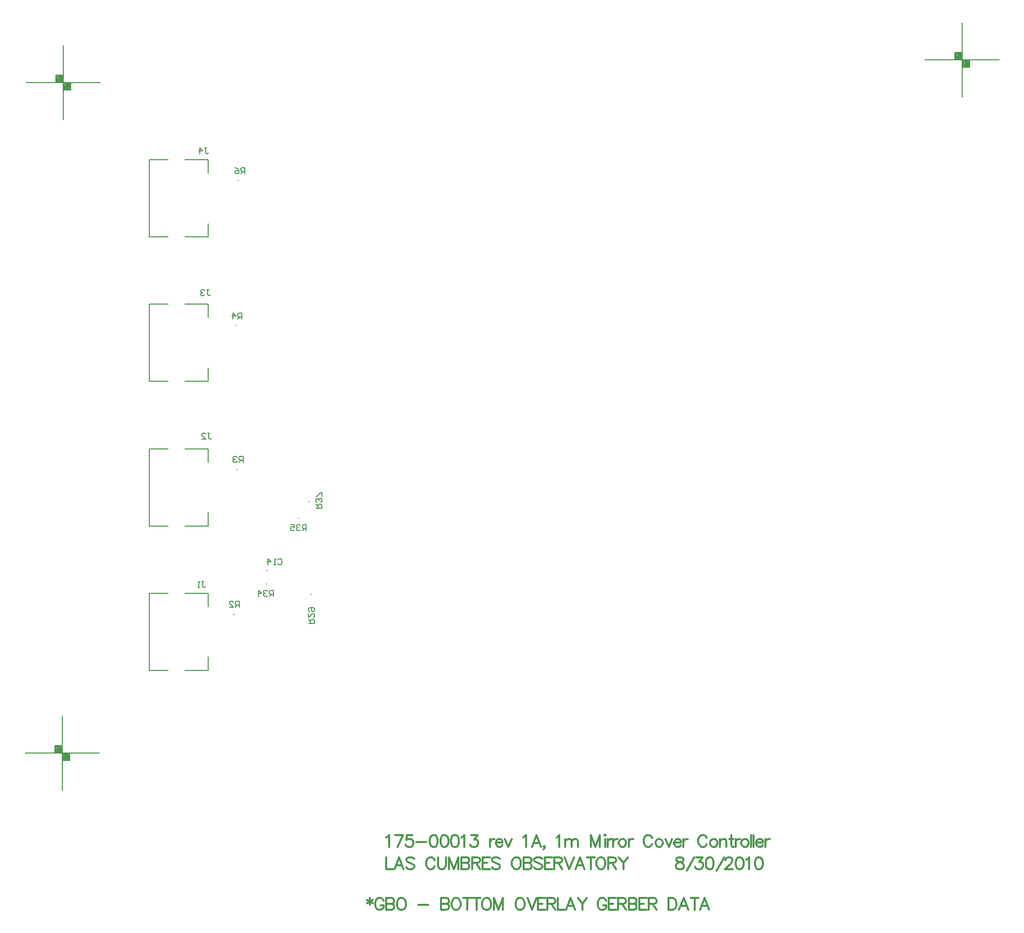
<source format=gbo>
%FSLAX23Y23*%
%MOIN*%
G70*
G01*
G75*
G04 Layer_Color=32896*
%ADD10R,0.025X0.100*%
%ADD11R,0.057X0.012*%
%ADD12R,0.025X0.185*%
%ADD13R,0.085X0.138*%
%ADD14R,0.085X0.043*%
%ADD15R,0.085X0.043*%
%ADD16R,0.035X0.053*%
%ADD17R,0.053X0.053*%
%ADD18R,0.070X0.135*%
%ADD19R,0.036X0.036*%
%ADD20R,0.098X0.268*%
%ADD21R,0.078X0.048*%
%ADD22R,0.063X0.075*%
%ADD23R,0.050X0.050*%
%ADD24R,0.079X0.209*%
%ADD25R,0.094X0.130*%
%ADD26O,0.028X0.098*%
%ADD27R,0.087X0.059*%
%ADD28O,0.027X0.010*%
%ADD29R,0.065X0.094*%
%ADD30O,0.024X0.010*%
%ADD31R,0.135X0.070*%
%ADD32R,0.050X0.050*%
%ADD33R,0.115X0.050*%
%ADD34R,0.065X0.135*%
%ADD35C,0.008*%
%ADD36C,0.005*%
%ADD37C,0.012*%
%ADD38C,0.010*%
%ADD39C,0.020*%
%ADD40C,0.100*%
%ADD41C,0.030*%
%ADD42C,0.050*%
%ADD43C,0.025*%
%ADD44C,0.012*%
%ADD45C,0.012*%
%ADD46C,0.060*%
%ADD47C,0.039*%
%ADD48C,0.200*%
%ADD49C,0.020*%
%ADD50C,0.059*%
%ADD51R,0.059X0.059*%
%ADD52C,0.063*%
%ADD53C,0.116*%
%ADD54C,0.065*%
%ADD55C,0.100*%
%ADD56R,0.059X0.059*%
%ADD57C,0.059*%
%ADD58C,0.087*%
%ADD59R,0.087X0.087*%
%ADD60C,0.079*%
%ADD61C,0.157*%
%ADD62C,0.026*%
%ADD63C,0.024*%
%ADD64C,0.050*%
%ADD65C,0.040*%
%ADD66C,0.070*%
G04:AMPARAMS|DCode=67|XSize=90mil|YSize=90mil|CornerRadius=0mil|HoleSize=0mil|Usage=FLASHONLY|Rotation=0.000|XOffset=0mil|YOffset=0mil|HoleType=Round|Shape=Relief|Width=10mil|Gap=10mil|Entries=4|*
%AMTHD67*
7,0,0,0.090,0.070,0.010,45*
%
%ADD67THD67*%
%ADD68C,0.080*%
%ADD69C,0.131*%
%ADD70C,0.075*%
%ADD71C,0.168*%
%ADD72C,0.080*%
%ADD73C,0.103*%
%ADD74C,0.075*%
%ADD75C,0.087*%
%ADD76C,0.076*%
%ADD77C,0.131*%
%ADD78C,0.053*%
G04:AMPARAMS|DCode=79|XSize=110mil|YSize=110mil|CornerRadius=0mil|HoleSize=0mil|Usage=FLASHONLY|Rotation=0.000|XOffset=0mil|YOffset=0mil|HoleType=Round|Shape=Relief|Width=10mil|Gap=10mil|Entries=4|*
%AMTHD79*
7,0,0,0.110,0.090,0.010,45*
%
%ADD79THD79*%
G04:AMPARAMS|DCode=80|XSize=70mil|YSize=70mil|CornerRadius=0mil|HoleSize=0mil|Usage=FLASHONLY|Rotation=0.000|XOffset=0mil|YOffset=0mil|HoleType=Round|Shape=Relief|Width=10mil|Gap=10mil|Entries=4|*
%AMTHD80*
7,0,0,0.070,0.050,0.010,45*
%
%ADD80THD80*%
G04:AMPARAMS|DCode=81|XSize=120mil|YSize=120mil|CornerRadius=0mil|HoleSize=0mil|Usage=FLASHONLY|Rotation=0.000|XOffset=0mil|YOffset=0mil|HoleType=Round|Shape=Relief|Width=10mil|Gap=10mil|Entries=4|*
%AMTHD81*
7,0,0,0.120,0.100,0.010,45*
%
%ADD81THD81*%
%ADD82C,0.068*%
G04:AMPARAMS|DCode=83|XSize=100mil|YSize=100mil|CornerRadius=0mil|HoleSize=0mil|Usage=FLASHONLY|Rotation=0.000|XOffset=0mil|YOffset=0mil|HoleType=Round|Shape=Relief|Width=10mil|Gap=10mil|Entries=4|*
%AMTHD83*
7,0,0,0.100,0.080,0.010,45*
%
%ADD83THD83*%
G04:AMPARAMS|DCode=84|XSize=123mil|YSize=123mil|CornerRadius=0mil|HoleSize=0mil|Usage=FLASHONLY|Rotation=0.000|XOffset=0mil|YOffset=0mil|HoleType=Round|Shape=Relief|Width=10mil|Gap=10mil|Entries=4|*
%AMTHD84*
7,0,0,0.123,0.103,0.010,45*
%
%ADD84THD84*%
G04:AMPARAMS|DCode=85|XSize=95.433mil|YSize=95.433mil|CornerRadius=0mil|HoleSize=0mil|Usage=FLASHONLY|Rotation=0.000|XOffset=0mil|YOffset=0mil|HoleType=Round|Shape=Relief|Width=10mil|Gap=10mil|Entries=4|*
%AMTHD85*
7,0,0,0.095,0.075,0.010,45*
%
%ADD85THD85*%
G04:AMPARAMS|DCode=86|XSize=107.244mil|YSize=107.244mil|CornerRadius=0mil|HoleSize=0mil|Usage=FLASHONLY|Rotation=0.000|XOffset=0mil|YOffset=0mil|HoleType=Round|Shape=Relief|Width=10mil|Gap=10mil|Entries=4|*
%AMTHD86*
7,0,0,0.107,0.087,0.010,45*
%
%ADD86THD86*%
G04:AMPARAMS|DCode=87|XSize=96.221mil|YSize=96.221mil|CornerRadius=0mil|HoleSize=0mil|Usage=FLASHONLY|Rotation=0.000|XOffset=0mil|YOffset=0mil|HoleType=Round|Shape=Relief|Width=10mil|Gap=10mil|Entries=4|*
%AMTHD87*
7,0,0,0.096,0.076,0.010,45*
%
%ADD87THD87*%
G04:AMPARAMS|DCode=88|XSize=150.551mil|YSize=150.551mil|CornerRadius=0mil|HoleSize=0mil|Usage=FLASHONLY|Rotation=0.000|XOffset=0mil|YOffset=0mil|HoleType=Round|Shape=Relief|Width=10mil|Gap=10mil|Entries=4|*
%AMTHD88*
7,0,0,0.151,0.131,0.010,45*
%
%ADD88THD88*%
G04:AMPARAMS|DCode=89|XSize=72.992mil|YSize=72.992mil|CornerRadius=0mil|HoleSize=0mil|Usage=FLASHONLY|Rotation=0.000|XOffset=0mil|YOffset=0mil|HoleType=Round|Shape=Relief|Width=10mil|Gap=10mil|Entries=4|*
%AMTHD89*
7,0,0,0.073,0.053,0.010,45*
%
%ADD89THD89*%
%ADD90C,0.090*%
G04:AMPARAMS|DCode=91|XSize=88mil|YSize=88mil|CornerRadius=0mil|HoleSize=0mil|Usage=FLASHONLY|Rotation=0.000|XOffset=0mil|YOffset=0mil|HoleType=Round|Shape=Relief|Width=10mil|Gap=10mil|Entries=4|*
%AMTHD91*
7,0,0,0.088,0.068,0.010,45*
%
%ADD91THD91*%
%ADD92C,0.010*%
%ADD93C,0.010*%
%ADD94C,0.020*%
%ADD95C,0.008*%
%ADD96C,0.006*%
%ADD97C,0.007*%
%ADD98R,0.136X0.162*%
%ADD99R,0.033X0.108*%
%ADD100R,0.061X0.016*%
%ADD101R,0.033X0.193*%
%ADD102R,0.093X0.146*%
%ADD103R,0.093X0.051*%
%ADD104R,0.093X0.051*%
%ADD105R,0.043X0.061*%
%ADD106R,0.061X0.061*%
%ADD107R,0.078X0.143*%
%ADD108R,0.044X0.044*%
%ADD109R,0.106X0.276*%
%ADD110R,0.086X0.056*%
%ADD111R,0.071X0.083*%
%ADD112R,0.058X0.058*%
%ADD113R,0.087X0.217*%
%ADD114R,0.102X0.138*%
%ADD115O,0.036X0.106*%
%ADD116R,0.095X0.067*%
%ADD117O,0.035X0.018*%
%ADD118R,0.073X0.102*%
%ADD119O,0.032X0.018*%
%ADD120R,0.143X0.078*%
%ADD121R,0.058X0.058*%
%ADD122R,0.123X0.058*%
%ADD123R,0.073X0.143*%
%ADD124C,0.047*%
%ADD125C,0.208*%
%ADD126C,0.028*%
%ADD127C,0.067*%
%ADD128R,0.067X0.067*%
%ADD129C,0.071*%
%ADD130C,0.124*%
%ADD131C,0.073*%
%ADD132C,0.108*%
%ADD133R,0.067X0.067*%
%ADD134C,0.067*%
%ADD135C,0.095*%
%ADD136R,0.095X0.095*%
%ADD137C,0.087*%
%ADD138C,0.165*%
%ADD139C,0.032*%
%ADD140C,0.058*%
%ADD141C,0.034*%
D35*
X12274Y11255D02*
X12288D01*
X12281D01*
Y11222D01*
X12288Y11215D01*
X12294D01*
X12301Y11222D01*
X12261Y11215D02*
X12248D01*
X12254D01*
Y11255D01*
X12261Y11249D01*
X12293Y14179D02*
X12307D01*
X12300D01*
Y14146D01*
X12307Y14139D01*
X12313D01*
X12320Y14146D01*
X12260Y14139D02*
Y14179D01*
X12280Y14159D01*
X12253D01*
X12308Y13222D02*
X12322D01*
X12315D01*
Y13189D01*
X12322Y13182D01*
X12328D01*
X12335Y13189D01*
X12295Y13216D02*
X12288Y13222D01*
X12275D01*
X12268Y13216D01*
Y13209D01*
X12275Y13202D01*
X12282D01*
X12275D01*
X12268Y13196D01*
Y13189D01*
X12275Y13182D01*
X12288D01*
X12295Y13189D01*
X12313Y12255D02*
X12327D01*
X12320D01*
Y12222D01*
X12327Y12215D01*
X12333D01*
X12340Y12222D01*
X12273Y12215D02*
X12300D01*
X12273Y12242D01*
Y12249D01*
X12280Y12255D01*
X12293D01*
X12300Y12249D01*
X12526Y11082D02*
Y11122D01*
X12506D01*
X12499Y11116D01*
Y11102D01*
X12506Y11096D01*
X12526D01*
X12513D02*
X12499Y11082D01*
X12459D02*
X12486D01*
X12459Y11109D01*
Y11116D01*
X12466Y11122D01*
X12479D01*
X12486Y11116D01*
X12552Y12058D02*
Y12098D01*
X12532D01*
X12525Y12092D01*
Y12078D01*
X12532Y12072D01*
X12552D01*
X12539D02*
X12525Y12058D01*
X12512Y12092D02*
X12505Y12098D01*
X12492D01*
X12485Y12092D01*
Y12085D01*
X12492Y12078D01*
X12499D01*
X12492D01*
X12485Y12072D01*
Y12065D01*
X12492Y12058D01*
X12505D01*
X12512Y12065D01*
X12543Y13027D02*
Y13067D01*
X12523D01*
X12516Y13061D01*
Y13047D01*
X12523Y13041D01*
X12543D01*
X12530D02*
X12516Y13027D01*
X12483D02*
Y13067D01*
X12503Y13047D01*
X12476D01*
X12565Y14005D02*
Y14045D01*
X12545D01*
X12538Y14039D01*
Y14025D01*
X12545Y14019D01*
X12565D01*
X12552D02*
X12538Y14005D01*
X12498Y14045D02*
X12512Y14039D01*
X12525Y14025D01*
Y14012D01*
X12518Y14005D01*
X12505D01*
X12498Y14012D01*
Y14019D01*
X12505Y14025D01*
X12525D01*
X12978Y11601D02*
Y11641D01*
X12958D01*
X12952Y11634D01*
Y11621D01*
X12958Y11614D01*
X12978D01*
X12965D02*
X12952Y11601D01*
X12938Y11634D02*
X12932Y11641D01*
X12918D01*
X12912Y11634D01*
Y11627D01*
X12918Y11621D01*
X12925D01*
X12918D01*
X12912Y11614D01*
Y11607D01*
X12918Y11601D01*
X12932D01*
X12938Y11607D01*
X12872Y11641D02*
X12898D01*
Y11621D01*
X12885Y11627D01*
X12878D01*
X12872Y11621D01*
Y11607D01*
X12878Y11601D01*
X12892D01*
X12898Y11607D01*
X13044Y11751D02*
X13084D01*
Y11771D01*
X13078Y11777D01*
X13064D01*
X13058Y11771D01*
Y11751D01*
Y11764D02*
X13044Y11777D01*
X13078Y11791D02*
X13084Y11797D01*
Y11811D01*
X13078Y11817D01*
X13071D01*
X13064Y11811D01*
Y11804D01*
Y11811D01*
X13058Y11817D01*
X13051D01*
X13044Y11811D01*
Y11797D01*
X13051Y11791D01*
X13084Y11831D02*
Y11857D01*
X13078D01*
X13051Y11831D01*
X13044D01*
X12758Y11157D02*
Y11197D01*
X12738D01*
X12731Y11190D01*
Y11177D01*
X12738Y11170D01*
X12758D01*
X12745D02*
X12731Y11157D01*
X12718Y11190D02*
X12711Y11197D01*
X12698D01*
X12691Y11190D01*
Y11183D01*
X12698Y11177D01*
X12705D01*
X12698D01*
X12691Y11170D01*
Y11163D01*
X12698Y11157D01*
X12711D01*
X12718Y11163D01*
X12658Y11157D02*
Y11197D01*
X12678Y11177D01*
X12652D01*
X12786Y11404D02*
X12793Y11411D01*
X12806D01*
X12813Y11404D01*
Y11377D01*
X12806Y11371D01*
X12793D01*
X12786Y11377D01*
X12773Y11371D02*
X12760D01*
X12766D01*
Y11411D01*
X12773Y11404D01*
X12720Y11371D02*
Y11411D01*
X12740Y11391D01*
X12713D01*
X12994Y10973D02*
X13034D01*
Y10993D01*
X13027Y10999D01*
X13014D01*
X13007Y10993D01*
Y10973D01*
Y10986D02*
X12994Y10999D01*
Y11039D02*
Y11013D01*
X13021Y11039D01*
X13027D01*
X13034Y11033D01*
Y11019D01*
X13027Y11013D01*
X13001Y11053D02*
X12994Y11059D01*
Y11073D01*
X13001Y11079D01*
X13027D01*
X13034Y11073D01*
Y11059D01*
X13027Y11053D01*
X13021D01*
X13014Y11059D01*
Y11079D01*
X11311Y14643D02*
X11321D01*
X11311Y14638D02*
Y14648D01*
Y14638D02*
X11321D01*
Y14648D01*
X11311D02*
X11321D01*
X11306Y14633D02*
Y14648D01*
Y14633D02*
X11326D01*
Y14653D01*
X11306D02*
X11326D01*
X11301Y14628D02*
Y14653D01*
Y14628D02*
X11331D01*
Y14658D01*
X11301D02*
X11331D01*
X11296Y14623D02*
Y14663D01*
Y14623D02*
X11336D01*
Y14663D01*
X11296D02*
X11336D01*
X11361Y14593D02*
X11371D01*
X11361Y14588D02*
Y14598D01*
Y14588D02*
X11371D01*
Y14598D01*
X11361D02*
X11371D01*
X11356Y14583D02*
Y14598D01*
Y14583D02*
X11376D01*
Y14603D01*
X11356D02*
X11376D01*
X11351Y14578D02*
Y14603D01*
Y14578D02*
X11381D01*
Y14608D01*
X11351D02*
X11381D01*
X11346Y14573D02*
Y14613D01*
Y14573D02*
X11386D01*
Y14613D01*
X11346D02*
X11386D01*
X11341Y14568D02*
X11391D01*
Y14618D01*
X11291Y14668D02*
X11341D01*
X11291Y14618D02*
Y14668D01*
X11341Y14368D02*
Y14868D01*
X11091Y14618D02*
X11591D01*
X11302Y10123D02*
X11312D01*
X11302Y10118D02*
Y10128D01*
Y10118D02*
X11312D01*
Y10128D01*
X11302D02*
X11312D01*
X11297Y10113D02*
Y10128D01*
Y10113D02*
X11317D01*
Y10133D01*
X11297D02*
X11317D01*
X11292Y10108D02*
Y10133D01*
Y10108D02*
X11322D01*
Y10138D01*
X11292D02*
X11322D01*
X11287Y10103D02*
Y10143D01*
Y10103D02*
X11327D01*
Y10143D01*
X11287D02*
X11327D01*
X11352Y10073D02*
X11362D01*
X11352Y10068D02*
Y10078D01*
Y10068D02*
X11362D01*
Y10078D01*
X11352D02*
X11362D01*
X11347Y10063D02*
Y10078D01*
Y10063D02*
X11367D01*
Y10083D01*
X11347D02*
X11367D01*
X11342Y10058D02*
Y10083D01*
Y10058D02*
X11372D01*
Y10088D01*
X11342D02*
X11372D01*
X11337Y10053D02*
Y10093D01*
Y10053D02*
X11377D01*
Y10093D01*
X11337D02*
X11377D01*
X11332Y10048D02*
X11382D01*
Y10098D01*
X11282Y10148D02*
X11332D01*
X11282Y10098D02*
Y10148D01*
X11332Y9848D02*
Y10348D01*
X11082Y10098D02*
X11582D01*
X17370Y14798D02*
X17380D01*
X17370Y14793D02*
Y14803D01*
Y14793D02*
X17380Y14793D01*
X17380Y14803D01*
X17370D02*
X17380D01*
X17365Y14788D02*
Y14803D01*
Y14788D02*
X17385D01*
Y14808D01*
X17365Y14808D02*
X17385Y14808D01*
X17360Y14783D02*
Y14808D01*
Y14783D02*
X17390D01*
Y14813D01*
X17360D02*
X17390D01*
X17355Y14778D02*
Y14818D01*
Y14778D02*
X17395D01*
Y14818D01*
X17355D02*
X17395D01*
X17420Y14748D02*
X17430D01*
X17420Y14743D02*
X17420Y14753D01*
X17420Y14743D02*
X17430D01*
Y14753D01*
X17420Y14753D02*
X17430Y14753D01*
X17415Y14738D02*
Y14753D01*
Y14738D02*
X17435Y14738D01*
X17435Y14758D02*
X17435Y14738D01*
X17415Y14758D02*
X17435D01*
X17410Y14733D02*
Y14758D01*
Y14733D02*
X17440D01*
Y14763D01*
X17410D02*
X17440D01*
X17405Y14728D02*
Y14768D01*
Y14728D02*
X17445D01*
Y14768D01*
X17405D02*
X17445D01*
X17400Y14723D02*
X17450Y14723D01*
X17450Y14773D02*
X17450Y14723D01*
X17350Y14823D02*
X17400Y14823D01*
X17350Y14823D02*
X17350Y14773D01*
X17400Y14523D02*
Y15023D01*
X17150Y14773D02*
X17650D01*
D37*
X13518Y9531D02*
X13526Y9535D01*
X13537Y9546D01*
Y9466D01*
X13630Y9546D02*
X13592Y9466D01*
X13577Y9546D02*
X13630D01*
X13694D02*
X13656D01*
X13652Y9512D01*
X13656Y9516D01*
X13667Y9520D01*
X13679D01*
X13690Y9516D01*
X13698Y9508D01*
X13701Y9497D01*
Y9489D01*
X13698Y9478D01*
X13690Y9470D01*
X13679Y9466D01*
X13667D01*
X13656Y9470D01*
X13652Y9474D01*
X13648Y9482D01*
X13719Y9501D02*
X13788D01*
X13834Y9546D02*
X13823Y9543D01*
X13815Y9531D01*
X13811Y9512D01*
Y9501D01*
X13815Y9482D01*
X13823Y9470D01*
X13834Y9466D01*
X13842D01*
X13853Y9470D01*
X13861Y9482D01*
X13865Y9501D01*
Y9512D01*
X13861Y9531D01*
X13853Y9543D01*
X13842Y9546D01*
X13834D01*
X13906D02*
X13894Y9543D01*
X13886Y9531D01*
X13883Y9512D01*
Y9501D01*
X13886Y9482D01*
X13894Y9470D01*
X13906Y9466D01*
X13913D01*
X13925Y9470D01*
X13932Y9482D01*
X13936Y9501D01*
Y9512D01*
X13932Y9531D01*
X13925Y9543D01*
X13913Y9546D01*
X13906D01*
X13977D02*
X13965Y9543D01*
X13958Y9531D01*
X13954Y9512D01*
Y9501D01*
X13958Y9482D01*
X13965Y9470D01*
X13977Y9466D01*
X13984D01*
X13996Y9470D01*
X14003Y9482D01*
X14007Y9501D01*
Y9512D01*
X14003Y9531D01*
X13996Y9543D01*
X13984Y9546D01*
X13977D01*
X14025Y9531D02*
X14033Y9535D01*
X14044Y9546D01*
Y9466D01*
X14091Y9546D02*
X14133D01*
X14110Y9516D01*
X14122D01*
X14129Y9512D01*
X14133Y9508D01*
X14137Y9497D01*
Y9489D01*
X14133Y9478D01*
X14126Y9470D01*
X14114Y9466D01*
X14103D01*
X14091Y9470D01*
X14088Y9474D01*
X14084Y9482D01*
X14218Y9520D02*
Y9466D01*
Y9497D02*
X14222Y9508D01*
X14229Y9516D01*
X14237Y9520D01*
X14248D01*
X14256Y9497D02*
X14301D01*
Y9504D01*
X14297Y9512D01*
X14294Y9516D01*
X14286Y9520D01*
X14275D01*
X14267Y9516D01*
X14259Y9508D01*
X14256Y9497D01*
Y9489D01*
X14259Y9478D01*
X14267Y9470D01*
X14275Y9466D01*
X14286D01*
X14294Y9470D01*
X14301Y9478D01*
X14318Y9520D02*
X14341Y9466D01*
X14364Y9520D02*
X14341Y9466D01*
X14440Y9531D02*
X14447Y9535D01*
X14459Y9546D01*
Y9466D01*
X14559D02*
X14529Y9546D01*
X14499Y9466D01*
X14510Y9493D02*
X14548D01*
X14586Y9470D02*
X14582Y9466D01*
X14578Y9470D01*
X14582Y9474D01*
X14586Y9470D01*
Y9463D01*
X14582Y9455D01*
X14578Y9451D01*
X14666Y9531D02*
X14674Y9535D01*
X14685Y9546D01*
Y9466D01*
X14725Y9520D02*
Y9466D01*
Y9504D02*
X14736Y9516D01*
X14744Y9520D01*
X14755D01*
X14763Y9516D01*
X14767Y9504D01*
Y9466D01*
Y9504D02*
X14778Y9516D01*
X14786Y9520D01*
X14797D01*
X14805Y9516D01*
X14809Y9504D01*
Y9466D01*
X14897Y9546D02*
Y9466D01*
Y9546D02*
X14927Y9466D01*
X14957Y9546D02*
X14927Y9466D01*
X14957Y9546D02*
Y9466D01*
X14988Y9546D02*
X14992Y9543D01*
X14996Y9546D01*
X14992Y9550D01*
X14988Y9546D01*
X14992Y9520D02*
Y9466D01*
X15010Y9520D02*
Y9466D01*
Y9497D02*
X15013Y9508D01*
X15021Y9516D01*
X15029Y9520D01*
X15040D01*
X15047D02*
Y9466D01*
Y9497D02*
X15051Y9508D01*
X15059Y9516D01*
X15066Y9520D01*
X15078D01*
X15104D02*
X15097Y9516D01*
X15089Y9508D01*
X15085Y9497D01*
Y9489D01*
X15089Y9478D01*
X15097Y9470D01*
X15104Y9466D01*
X15116D01*
X15123Y9470D01*
X15131Y9478D01*
X15135Y9489D01*
Y9497D01*
X15131Y9508D01*
X15123Y9516D01*
X15116Y9520D01*
X15104D01*
X15152D02*
Y9466D01*
Y9497D02*
X15156Y9508D01*
X15164Y9516D01*
X15171Y9520D01*
X15183D01*
X15310Y9527D02*
X15306Y9535D01*
X15298Y9543D01*
X15291Y9546D01*
X15276D01*
X15268Y9543D01*
X15260Y9535D01*
X15256Y9527D01*
X15253Y9516D01*
Y9497D01*
X15256Y9485D01*
X15260Y9478D01*
X15268Y9470D01*
X15276Y9466D01*
X15291D01*
X15298Y9470D01*
X15306Y9478D01*
X15310Y9485D01*
X15351Y9520D02*
X15344Y9516D01*
X15336Y9508D01*
X15332Y9497D01*
Y9489D01*
X15336Y9478D01*
X15344Y9470D01*
X15351Y9466D01*
X15363D01*
X15370Y9470D01*
X15378Y9478D01*
X15382Y9489D01*
Y9497D01*
X15378Y9508D01*
X15370Y9516D01*
X15363Y9520D01*
X15351D01*
X15399D02*
X15422Y9466D01*
X15445Y9520D02*
X15422Y9466D01*
X15458Y9497D02*
X15504D01*
Y9504D01*
X15500Y9512D01*
X15496Y9516D01*
X15488Y9520D01*
X15477D01*
X15469Y9516D01*
X15462Y9508D01*
X15458Y9497D01*
Y9489D01*
X15462Y9478D01*
X15469Y9470D01*
X15477Y9466D01*
X15488D01*
X15496Y9470D01*
X15504Y9478D01*
X15521Y9520D02*
Y9466D01*
Y9497D02*
X15525Y9508D01*
X15532Y9516D01*
X15540Y9520D01*
X15551D01*
X15678Y9527D02*
X15675Y9535D01*
X15667Y9543D01*
X15659Y9546D01*
X15644D01*
X15637Y9543D01*
X15629Y9535D01*
X15625Y9527D01*
X15621Y9516D01*
Y9497D01*
X15625Y9485D01*
X15629Y9478D01*
X15637Y9470D01*
X15644Y9466D01*
X15659D01*
X15667Y9470D01*
X15675Y9478D01*
X15678Y9485D01*
X15720Y9520D02*
X15712Y9516D01*
X15705Y9508D01*
X15701Y9497D01*
Y9489D01*
X15705Y9478D01*
X15712Y9470D01*
X15720Y9466D01*
X15731D01*
X15739Y9470D01*
X15747Y9478D01*
X15750Y9489D01*
Y9497D01*
X15747Y9508D01*
X15739Y9516D01*
X15731Y9520D01*
X15720D01*
X15768D02*
Y9466D01*
Y9504D02*
X15779Y9516D01*
X15787Y9520D01*
X15798D01*
X15806Y9516D01*
X15810Y9504D01*
Y9466D01*
X15842Y9546D02*
Y9482D01*
X15846Y9470D01*
X15854Y9466D01*
X15861D01*
X15831Y9520D02*
X15857D01*
X15873D02*
Y9466D01*
Y9497D02*
X15877Y9508D01*
X15884Y9516D01*
X15892Y9520D01*
X15903D01*
X15929D02*
X15922Y9516D01*
X15914Y9508D01*
X15910Y9497D01*
Y9489D01*
X15914Y9478D01*
X15922Y9470D01*
X15929Y9466D01*
X15941D01*
X15949Y9470D01*
X15956Y9478D01*
X15960Y9489D01*
Y9497D01*
X15956Y9508D01*
X15949Y9516D01*
X15941Y9520D01*
X15929D01*
X15977Y9546D02*
Y9466D01*
X15994Y9546D02*
Y9466D01*
X16011Y9497D02*
X16057D01*
Y9504D01*
X16053Y9512D01*
X16049Y9516D01*
X16041Y9520D01*
X16030D01*
X16022Y9516D01*
X16015Y9508D01*
X16011Y9497D01*
Y9489D01*
X16015Y9478D01*
X16022Y9470D01*
X16030Y9466D01*
X16041D01*
X16049Y9470D01*
X16057Y9478D01*
X16074Y9520D02*
Y9466D01*
Y9497D02*
X16078Y9508D01*
X16085Y9516D01*
X16093Y9520D01*
X16104D01*
D44*
X13407Y9122D02*
Y9076D01*
X13388Y9110D02*
X13426Y9087D01*
Y9110D02*
X13388Y9087D01*
X13500Y9103D02*
X13496Y9110D01*
X13488Y9118D01*
X13481Y9122D01*
X13466D01*
X13458Y9118D01*
X13450Y9110D01*
X13447Y9103D01*
X13443Y9091D01*
Y9072D01*
X13447Y9061D01*
X13450Y9053D01*
X13458Y9045D01*
X13466Y9042D01*
X13481D01*
X13488Y9045D01*
X13496Y9053D01*
X13500Y9061D01*
Y9072D01*
X13481D02*
X13500D01*
X13518Y9122D02*
Y9042D01*
Y9122D02*
X13552D01*
X13564Y9118D01*
X13568Y9114D01*
X13571Y9106D01*
Y9099D01*
X13568Y9091D01*
X13564Y9087D01*
X13552Y9084D01*
X13518D02*
X13552D01*
X13564Y9080D01*
X13568Y9076D01*
X13571Y9068D01*
Y9057D01*
X13568Y9049D01*
X13564Y9045D01*
X13552Y9042D01*
X13518D01*
X13612Y9122D02*
X13605Y9118D01*
X13597Y9110D01*
X13593Y9103D01*
X13589Y9091D01*
Y9072D01*
X13593Y9061D01*
X13597Y9053D01*
X13605Y9045D01*
X13612Y9042D01*
X13627D01*
X13635Y9045D01*
X13643Y9053D01*
X13647Y9061D01*
X13650Y9072D01*
Y9091D01*
X13647Y9103D01*
X13643Y9110D01*
X13635Y9118D01*
X13627Y9122D01*
X13612D01*
X13732Y9076D02*
X13800D01*
X13887Y9122D02*
Y9042D01*
Y9122D02*
X13921D01*
X13933Y9118D01*
X13936Y9114D01*
X13940Y9106D01*
Y9099D01*
X13936Y9091D01*
X13933Y9087D01*
X13921Y9084D01*
X13887D02*
X13921D01*
X13933Y9080D01*
X13936Y9076D01*
X13940Y9068D01*
Y9057D01*
X13936Y9049D01*
X13933Y9045D01*
X13921Y9042D01*
X13887D01*
X13981Y9122D02*
X13973Y9118D01*
X13966Y9110D01*
X13962Y9103D01*
X13958Y9091D01*
Y9072D01*
X13962Y9061D01*
X13966Y9053D01*
X13973Y9045D01*
X13981Y9042D01*
X13996D01*
X14004Y9045D01*
X14011Y9053D01*
X14015Y9061D01*
X14019Y9072D01*
Y9091D01*
X14015Y9103D01*
X14011Y9110D01*
X14004Y9118D01*
X13996Y9122D01*
X13981D01*
X14064D02*
Y9042D01*
X14038Y9122D02*
X14091D01*
X14127D02*
Y9042D01*
X14101Y9122D02*
X14154D01*
X14186D02*
X14179Y9118D01*
X14171Y9110D01*
X14167Y9103D01*
X14163Y9091D01*
Y9072D01*
X14167Y9061D01*
X14171Y9053D01*
X14179Y9045D01*
X14186Y9042D01*
X14201D01*
X14209Y9045D01*
X14217Y9053D01*
X14220Y9061D01*
X14224Y9072D01*
Y9091D01*
X14220Y9103D01*
X14217Y9110D01*
X14209Y9118D01*
X14201Y9122D01*
X14186D01*
X14243D02*
Y9042D01*
Y9122D02*
X14273Y9042D01*
X14304Y9122D02*
X14273Y9042D01*
X14304Y9122D02*
Y9042D01*
X14412Y9122D02*
X14405Y9118D01*
X14397Y9110D01*
X14393Y9103D01*
X14390Y9091D01*
Y9072D01*
X14393Y9061D01*
X14397Y9053D01*
X14405Y9045D01*
X14412Y9042D01*
X14428D01*
X14435Y9045D01*
X14443Y9053D01*
X14447Y9061D01*
X14451Y9072D01*
Y9091D01*
X14447Y9103D01*
X14443Y9110D01*
X14435Y9118D01*
X14428Y9122D01*
X14412D01*
X14469D02*
X14500Y9042D01*
X14530Y9122D02*
X14500Y9042D01*
X14590Y9122D02*
X14540D01*
Y9042D01*
X14590D01*
X14540Y9084D02*
X14571D01*
X14603Y9122D02*
Y9042D01*
Y9122D02*
X14638D01*
X14649Y9118D01*
X14653Y9114D01*
X14657Y9106D01*
Y9099D01*
X14653Y9091D01*
X14649Y9087D01*
X14638Y9084D01*
X14603D01*
X14630D02*
X14657Y9042D01*
X14674Y9122D02*
Y9042D01*
X14720D01*
X14790D02*
X14759Y9122D01*
X14729Y9042D01*
X14740Y9068D02*
X14778D01*
X14809Y9122D02*
X14839Y9084D01*
Y9042D01*
X14869Y9122D02*
X14839Y9084D01*
X15000Y9103D02*
X14996Y9110D01*
X14988Y9118D01*
X14981Y9122D01*
X14965D01*
X14958Y9118D01*
X14950Y9110D01*
X14946Y9103D01*
X14943Y9091D01*
Y9072D01*
X14946Y9061D01*
X14950Y9053D01*
X14958Y9045D01*
X14965Y9042D01*
X14981D01*
X14988Y9045D01*
X14996Y9053D01*
X15000Y9061D01*
Y9072D01*
X14981D02*
X15000D01*
X15068Y9122D02*
X15018D01*
Y9042D01*
X15068D01*
X15018Y9084D02*
X15048D01*
X15081Y9122D02*
Y9042D01*
Y9122D02*
X15115D01*
X15127Y9118D01*
X15130Y9114D01*
X15134Y9106D01*
Y9099D01*
X15130Y9091D01*
X15127Y9087D01*
X15115Y9084D01*
X15081D01*
X15108D02*
X15134Y9042D01*
X15152Y9122D02*
Y9042D01*
Y9122D02*
X15186D01*
X15198Y9118D01*
X15202Y9114D01*
X15205Y9106D01*
Y9099D01*
X15202Y9091D01*
X15198Y9087D01*
X15186Y9084D01*
X15152D02*
X15186D01*
X15198Y9080D01*
X15202Y9076D01*
X15205Y9068D01*
Y9057D01*
X15202Y9049D01*
X15198Y9045D01*
X15186Y9042D01*
X15152D01*
X15273Y9122D02*
X15223D01*
Y9042D01*
X15273D01*
X15223Y9084D02*
X15254D01*
X15286Y9122D02*
Y9042D01*
Y9122D02*
X15320D01*
X15332Y9118D01*
X15336Y9114D01*
X15339Y9106D01*
Y9099D01*
X15336Y9091D01*
X15332Y9087D01*
X15320Y9084D01*
X15286D01*
X15313D02*
X15339Y9042D01*
X15420Y9122D02*
Y9042D01*
Y9122D02*
X15447D01*
X15458Y9118D01*
X15466Y9110D01*
X15470Y9103D01*
X15474Y9091D01*
Y9072D01*
X15470Y9061D01*
X15466Y9053D01*
X15458Y9045D01*
X15447Y9042D01*
X15420D01*
X15552D02*
X15522Y9122D01*
X15491Y9042D01*
X15503Y9068D02*
X15541D01*
X15598Y9122D02*
Y9042D01*
X15571Y9122D02*
X15624D01*
X15695Y9042D02*
X15664Y9122D01*
X15634Y9042D01*
X15645Y9068D02*
X15683D01*
D45*
X13518Y9396D02*
Y9316D01*
X13564D01*
X13634D02*
X13603Y9396D01*
X13573Y9316D01*
X13584Y9343D02*
X13622D01*
X13706Y9385D02*
X13698Y9393D01*
X13687Y9396D01*
X13671D01*
X13660Y9393D01*
X13652Y9385D01*
Y9377D01*
X13656Y9370D01*
X13660Y9366D01*
X13667Y9362D01*
X13690Y9354D01*
X13698Y9351D01*
X13702Y9347D01*
X13706Y9339D01*
Y9328D01*
X13698Y9320D01*
X13687Y9316D01*
X13671D01*
X13660Y9320D01*
X13652Y9328D01*
X13843Y9377D02*
X13840Y9385D01*
X13832Y9393D01*
X13824Y9396D01*
X13809D01*
X13802Y9393D01*
X13794Y9385D01*
X13790Y9377D01*
X13786Y9366D01*
Y9347D01*
X13790Y9335D01*
X13794Y9328D01*
X13802Y9320D01*
X13809Y9316D01*
X13824D01*
X13832Y9320D01*
X13840Y9328D01*
X13843Y9335D01*
X13866Y9396D02*
Y9339D01*
X13870Y9328D01*
X13877Y9320D01*
X13889Y9316D01*
X13896D01*
X13908Y9320D01*
X13915Y9328D01*
X13919Y9339D01*
Y9396D01*
X13941D02*
Y9316D01*
Y9396D02*
X13972Y9316D01*
X14002Y9396D02*
X13972Y9316D01*
X14002Y9396D02*
Y9316D01*
X14025Y9396D02*
Y9316D01*
Y9396D02*
X14059D01*
X14071Y9393D01*
X14075Y9389D01*
X14078Y9381D01*
Y9373D01*
X14075Y9366D01*
X14071Y9362D01*
X14059Y9358D01*
X14025D02*
X14059D01*
X14071Y9354D01*
X14075Y9351D01*
X14078Y9343D01*
Y9332D01*
X14075Y9324D01*
X14071Y9320D01*
X14059Y9316D01*
X14025D01*
X14096Y9396D02*
Y9316D01*
Y9396D02*
X14131D01*
X14142Y9393D01*
X14146Y9389D01*
X14150Y9381D01*
Y9373D01*
X14146Y9366D01*
X14142Y9362D01*
X14131Y9358D01*
X14096D01*
X14123D02*
X14150Y9316D01*
X14217Y9396D02*
X14168D01*
Y9316D01*
X14217D01*
X14168Y9358D02*
X14198D01*
X14284Y9385D02*
X14276Y9393D01*
X14265Y9396D01*
X14249D01*
X14238Y9393D01*
X14230Y9385D01*
Y9377D01*
X14234Y9370D01*
X14238Y9366D01*
X14246Y9362D01*
X14268Y9354D01*
X14276Y9351D01*
X14280Y9347D01*
X14284Y9339D01*
Y9328D01*
X14276Y9320D01*
X14265Y9316D01*
X14249D01*
X14238Y9320D01*
X14230Y9328D01*
X14387Y9396D02*
X14380Y9393D01*
X14372Y9385D01*
X14368Y9377D01*
X14364Y9366D01*
Y9347D01*
X14368Y9335D01*
X14372Y9328D01*
X14380Y9320D01*
X14387Y9316D01*
X14403D01*
X14410Y9320D01*
X14418Y9328D01*
X14422Y9335D01*
X14425Y9347D01*
Y9366D01*
X14422Y9377D01*
X14418Y9385D01*
X14410Y9393D01*
X14403Y9396D01*
X14387D01*
X14444D02*
Y9316D01*
Y9396D02*
X14478D01*
X14490Y9393D01*
X14494Y9389D01*
X14497Y9381D01*
Y9373D01*
X14494Y9366D01*
X14490Y9362D01*
X14478Y9358D01*
X14444D02*
X14478D01*
X14490Y9354D01*
X14494Y9351D01*
X14497Y9343D01*
Y9332D01*
X14494Y9324D01*
X14490Y9320D01*
X14478Y9316D01*
X14444D01*
X14569Y9385D02*
X14561Y9393D01*
X14550Y9396D01*
X14534D01*
X14523Y9393D01*
X14515Y9385D01*
Y9377D01*
X14519Y9370D01*
X14523Y9366D01*
X14531Y9362D01*
X14553Y9354D01*
X14561Y9351D01*
X14565Y9347D01*
X14569Y9339D01*
Y9328D01*
X14561Y9320D01*
X14550Y9316D01*
X14534D01*
X14523Y9320D01*
X14515Y9328D01*
X14636Y9396D02*
X14587D01*
Y9316D01*
X14636D01*
X14587Y9358D02*
X14617D01*
X14649Y9396D02*
Y9316D01*
Y9396D02*
X14684D01*
X14695Y9393D01*
X14699Y9389D01*
X14703Y9381D01*
Y9373D01*
X14699Y9366D01*
X14695Y9362D01*
X14684Y9358D01*
X14649D01*
X14676D02*
X14703Y9316D01*
X14721Y9396D02*
X14751Y9316D01*
X14782Y9396D02*
X14751Y9316D01*
X14853D02*
X14822Y9396D01*
X14792Y9316D01*
X14803Y9343D02*
X14841D01*
X14898Y9396D02*
Y9316D01*
X14871Y9396D02*
X14925D01*
X14957D02*
X14949Y9393D01*
X14942Y9385D01*
X14938Y9377D01*
X14934Y9366D01*
Y9347D01*
X14938Y9335D01*
X14942Y9328D01*
X14949Y9320D01*
X14957Y9316D01*
X14972D01*
X14980Y9320D01*
X14988Y9328D01*
X14991Y9335D01*
X14995Y9347D01*
Y9366D01*
X14991Y9377D01*
X14988Y9385D01*
X14980Y9393D01*
X14972Y9396D01*
X14957D01*
X15014D02*
Y9316D01*
Y9396D02*
X15048D01*
X15060Y9393D01*
X15063Y9389D01*
X15067Y9381D01*
Y9373D01*
X15063Y9366D01*
X15060Y9362D01*
X15048Y9358D01*
X15014D01*
X15041D02*
X15067Y9316D01*
X15085Y9396D02*
X15116Y9358D01*
Y9316D01*
X15146Y9396D02*
X15116Y9358D01*
X15490Y9396D02*
X15478Y9393D01*
X15474Y9385D01*
Y9377D01*
X15478Y9370D01*
X15486Y9366D01*
X15501Y9362D01*
X15512Y9358D01*
X15520Y9351D01*
X15524Y9343D01*
Y9332D01*
X15520Y9324D01*
X15516Y9320D01*
X15505Y9316D01*
X15490D01*
X15478Y9320D01*
X15474Y9324D01*
X15471Y9332D01*
Y9343D01*
X15474Y9351D01*
X15482Y9358D01*
X15493Y9362D01*
X15509Y9366D01*
X15516Y9370D01*
X15520Y9377D01*
Y9385D01*
X15516Y9393D01*
X15505Y9396D01*
X15490D01*
X15542Y9305D02*
X15595Y9396D01*
X15608D02*
X15650D01*
X15627Y9366D01*
X15638D01*
X15646Y9362D01*
X15650Y9358D01*
X15654Y9347D01*
Y9339D01*
X15650Y9328D01*
X15642Y9320D01*
X15631Y9316D01*
X15619D01*
X15608Y9320D01*
X15604Y9324D01*
X15600Y9332D01*
X15694Y9396D02*
X15683Y9393D01*
X15675Y9381D01*
X15672Y9362D01*
Y9351D01*
X15675Y9332D01*
X15683Y9320D01*
X15694Y9316D01*
X15702D01*
X15714Y9320D01*
X15721Y9332D01*
X15725Y9351D01*
Y9362D01*
X15721Y9381D01*
X15714Y9393D01*
X15702Y9396D01*
X15694D01*
X15743Y9305D02*
X15796Y9396D01*
X15805Y9377D02*
Y9381D01*
X15809Y9389D01*
X15813Y9393D01*
X15821Y9396D01*
X15836D01*
X15843Y9393D01*
X15847Y9389D01*
X15851Y9381D01*
Y9373D01*
X15847Y9366D01*
X15840Y9354D01*
X15801Y9316D01*
X15855D01*
X15896Y9396D02*
X15884Y9393D01*
X15877Y9381D01*
X15873Y9362D01*
Y9351D01*
X15877Y9332D01*
X15884Y9320D01*
X15896Y9316D01*
X15903D01*
X15915Y9320D01*
X15922Y9332D01*
X15926Y9351D01*
Y9362D01*
X15922Y9381D01*
X15915Y9393D01*
X15903Y9396D01*
X15896D01*
X15944Y9381D02*
X15952Y9385D01*
X15963Y9396D01*
Y9316D01*
X16025Y9396D02*
X16014Y9393D01*
X16006Y9381D01*
X16003Y9362D01*
Y9351D01*
X16006Y9332D01*
X16014Y9320D01*
X16025Y9316D01*
X16033D01*
X16044Y9320D01*
X16052Y9332D01*
X16056Y9351D01*
Y9362D01*
X16052Y9381D01*
X16044Y9393D01*
X16033Y9396D01*
X16025D01*
D93*
X12491Y11034D02*
D03*
X12511Y12009D02*
D03*
X12507Y12983D02*
D03*
X12521Y13959D02*
D03*
X12927Y11682D02*
D03*
X12997Y11792D02*
D03*
X12709Y11240D02*
D03*
X12714Y11328D02*
D03*
X13009Y11170D02*
D03*
D95*
X12318Y11086D02*
Y11177D01*
X11920Y10948D02*
Y11177D01*
X12160D02*
X12318D01*
X11920D02*
X12046D01*
X11920Y10657D02*
X12046D01*
X12160D02*
X12318D01*
X11920D02*
Y10948D01*
X12318Y10657D02*
Y10748D01*
Y14009D02*
Y14100D01*
X11920Y13872D02*
Y14100D01*
X12160D02*
X12318D01*
X11920D02*
X12046D01*
X11920Y13580D02*
X12046D01*
X12160D02*
X12318D01*
X11920D02*
Y13872D01*
X12318Y13580D02*
Y13671D01*
Y13035D02*
Y13125D01*
X11920Y12897D02*
Y13125D01*
X12160D02*
X12318D01*
X11920D02*
X12046D01*
X11920Y12606D02*
X12046D01*
X12160D02*
X12318D01*
X11920D02*
Y12897D01*
X12318Y12606D02*
Y12696D01*
Y12061D02*
Y12151D01*
X11920Y11923D02*
Y12151D01*
X12160D02*
X12318D01*
X11920D02*
X12046D01*
X11920Y11631D02*
X12046D01*
X12160D02*
X12318D01*
X11920D02*
Y11923D01*
X12318Y11631D02*
Y11722D01*
M02*

</source>
